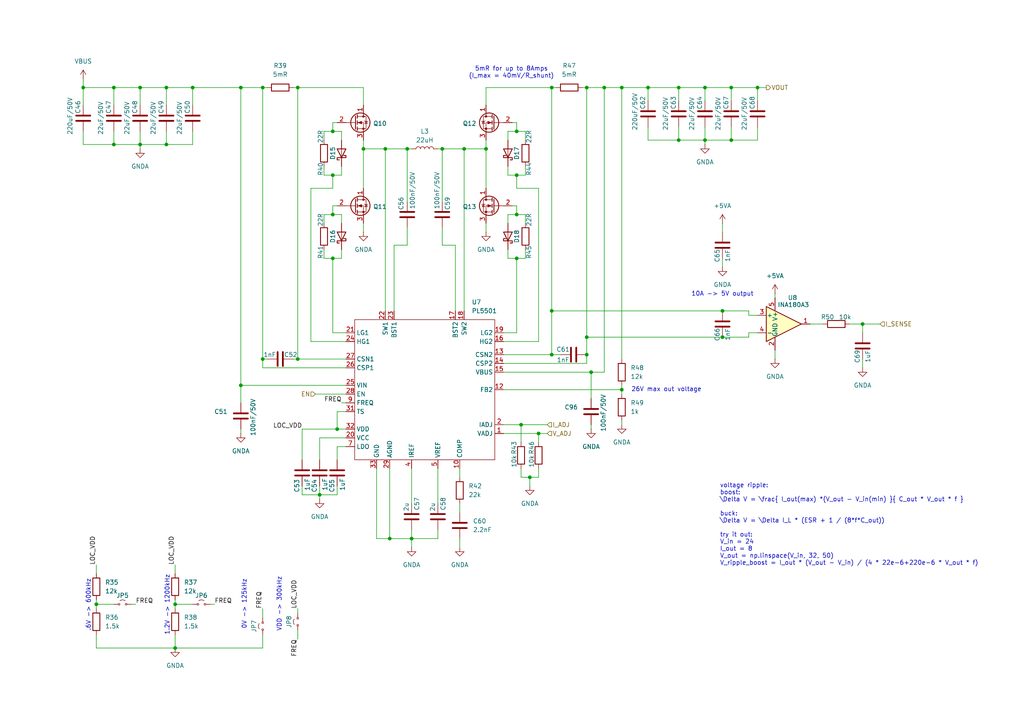
<source format=kicad_sch>
(kicad_sch (version 20231120) (generator "eeschema") (generator_version "8.0")
  (paper "A4")
  (lib_symbols
    (symbol "Amplifier_Current:INA180A3" (pin_names (offset 0.127))
      (property "Reference" "U" (at 3.81 3.81 0))
      (property "Value" "INA180A3" (at 3.81 -2.54 0))
      (symbol "INA180A3_1_1"
        (pin output line (at 7.62 0 180) (length 2.54) (name "~") (number "1"))
        (pin power_in line (at -2.54 -7.62 90) (length 3.81) (name "GND") (number "2"))
        (pin input line (at -7.62 2.54 0) (length 2.54) (name "+") (number "3"))
        (pin input line (at -7.62 -2.54 0) (length 2.54) (name "-") (number "4"))
        (pin power_in line (at -2.54 7.62 270) (length 3.81) (name "V+") (number "5"))
      )
    )
    (symbol "Device:C" (pin_numbers hide) (pin_names (offset 0.254))
      (property "Reference" "C" (at 0.635 2.54 0))
      (property "Value" "C" (at 0.635 -2.54 0))
      (symbol "C_1_1"
        (pin passive line (at 0 3.81 270) (length 2.794) (name "~") (number "1"))
        (pin passive line (at 0 -3.81 90) (length 2.794) (name "~") (number "2"))
      )
    )
    (symbol "Device:D_Schottky" (pin_numbers hide) (pin_names (offset 1.016) hide)
      (property "Reference" "D" (at 0 2.54 0))
      (property "Value" "D_Schottky" (at 0 -2.54 0))
      (symbol "D_Schottky_1_1"
        (pin passive line (at -3.81 0 0) (length 2.54) (name "K") (number "1"))
        (pin passive line (at 3.81 0 180) (length 2.54) (name "A") (number "2"))
      )
    )
    (symbol "Device:L" (pin_numbers hide) (pin_names (offset 1.016) hide)
      (property "Reference" "L" (at -1.27 0 90))
      (property "Value" "L" (at 1.905 0 90))
      (symbol "L_1_1"
        (pin passive line (at 0 3.81 270) (length 1.27) (name "1") (number "1"))
        (pin passive line (at 0 -3.81 90) (length 1.27) (name "2") (number "2"))
      )
    )
    (symbol "Device:Q_NMOS_DGS" (pin_names (offset 0) hide)
      (property "Reference" "Q" (at 5.08 1.27 0))
      (property "Value" "Q_NMOS_DGS" (at 5.08 -1.27 0))
      (symbol "Q_NMOS_DGS_1_1"
        (pin passive line (at 2.54 5.08 270) (length 2.54) (name "D") (number "1"))
        (pin input line (at -5.08 0 0) (length 2.54) (name "G") (number "2"))
        (pin passive line (at 2.54 -5.08 90) (length 2.54) (name "S") (number "3"))
      )
    )
    (symbol "Device:R" (pin_numbers hide) (pin_names (offset 0))
      (property "Reference" "R" (at 2.032 0 90))
      (property "Value" "R" (at 0 0 90))
      (symbol "R_1_1"
        (pin passive line (at 0 3.81 270) (length 1.27) (name "~") (number "1"))
        (pin passive line (at 0 -3.81 90) (length 1.27) (name "~") (number "2"))
      )
    )
    (symbol "Jumper:Jumper_2_Small_Open" (pin_numbers hide) (pin_names (offset 0) hide) (exclude_from_sim yes)
      (property "Reference" "JP" (at 0 2.794 0))
      (property "Value" "Jumper_2_Small_Open" (at 0 -2.286 0))
      (symbol "Jumper_2_Small_Open_1_1"
        (pin passive line (at -2.54 0 0) (length 1.27) (name "A") (number "1"))
        (pin passive line (at 2.54 0 180) (length 1.27) (name "B") (number "2"))
      )
    )
    (symbol "lib:PL5501"
      (property "Reference" "U" (at 1.27 -31.75 0))
      (symbol "PL5501_1_1"
        (pin input line (at 22.86 -15.24 180) (length 2.54) (name "VADJ") (number "1"))
        (pin bidirectional line (at 10.16 -25.4 90) (length 2.54) (name "COMP") (number "10"))
        (pin input line (at 22.86 -2.54 180) (length 2.54) (name "FB2") (number "12"))
        (pin input line (at 22.86 7.62 180) (length 2.54) (name "CSN2") (number "13"))
        (pin input line (at 22.86 5.08 180) (length 2.54) (name "CSP2") (number "14"))
        (pin input line (at 22.86 2.54 180) (length 2.54) (name "VBUS") (number "15"))
        (pin output line (at 22.86 11.43 180) (length 2.54) (name "HG2") (number "16"))
        (pin bidirectional line (at 8.89 20.32 270) (length 2.54) (name "BST2") (number "17"))
        (pin input line (at 11.43 20.32 270) (length 2.54) (name "SW2") (number "18"))
        (pin output line (at 22.86 13.97 180) (length 2.54) (name "LG2") (number "19"))
        (pin input line (at 22.86 -12.7 180) (length 2.54) (name "IADJ") (number "2"))
        (pin power_out line (at -22.86 -16.51 0) (length 2.54) (name "VCC") (number "20"))
        (pin output line (at -22.86 13.97 0) (length 2.54) (name "LG1") (number "21"))
        (pin input line (at -11.43 20.32 270) (length 2.54) (name "SW1") (number "22"))
        (pin bidirectional line (at -8.89 20.32 270) (length 2.54) (name "BST1") (number "23"))
        (pin output line (at -22.86 11.43 0) (length 2.54) (name "HG1") (number "24"))
        (pin input line (at -22.86 -1.27 0) (length 2.54) (name "VIN") (number "25"))
        (pin input line (at -22.86 3.81 0) (length 2.54) (name "CSP1") (number "26"))
        (pin input line (at -22.86 6.35 0) (length 2.54) (name "CSN1") (number "27"))
        (pin input line (at -22.86 -3.81 0) (length 2.54) (name "EN") (number "28"))
        (pin power_in line (at -10.16 -25.4 90) (length 2.54) (name "AGND") (number "29"))
        (pin input line (at -22.86 -8.89 0) (length 2.54) (name "TS") (number "31"))
        (pin power_out line (at -22.86 -13.97 0) (length 2.54) (name "VDD") (number "32"))
        (pin power_in line (at -13.97 -25.4 90) (length 2.54) (name "GND") (number "33"))
        (pin bidirectional line (at -3.81 -25.4 90) (length 2.54) (name "IREF") (number "4"))
        (pin bidirectional line (at 3.81 -25.4 90) (length 2.54) (name "VREF") (number "5"))
        (pin power_out line (at -22.86 -19.05 0) (length 2.54) (name "LDO") (number "7"))
        (pin input line (at -22.86 -6.35 0) (length 2.54) (name "FREQ") (number "9"))
      )
    )
    (symbol "power:+5VA" (power) (pin_numbers hide) (pin_names (offset 0) hide)
      (property "Value" "+5VA" (at 0 3.556 0))
      (symbol "+5VA_1_1"
        (pin power_in line (at 0 0 90) (length 0) (name "~") (number "1"))
      )
    )
    (symbol "power:GNDA" (power) (pin_numbers hide) (pin_names (offset 0) hide)
      (property "Value" "GNDA" (at 0 -3.81 0))
      (symbol "GNDA_1_1"
        (pin power_in line (at 0 0 270) (length 0) (name "~") (number "1"))
      )
    )
    (symbol "power:VBUS" (power) (pin_numbers hide) (pin_names (offset 0) hide)
      (property "Value" "VBUS" (at 0 3.556 0))
      (symbol "VBUS_1_1"
        (pin power_in line (at 0 0 90) (length 0) (name "~") (number "1"))
      )
    )
  )
  (junction (at 128.27 43.18))
  (junction (at 92.71 143.51))
  (junction (at 170.18 102.87))
  (junction (at 219.71 25.4))
  (junction (at 156.21 125.73))
  (junction (at 180.34 25.4))
  (junction (at 76.2 104.14))
  (junction (at 118.11 43.18))
  (junction (at 196.85 25.4))
  (junction (at 96.52 38.1))
  (junction (at 24.13 25.4))
  (junction (at 250.19 93.98))
  (junction (at 40.64 25.4))
  (junction (at 171.45 107.95))
  (junction (at 50.8 187.96))
  (junction (at 209.55 90.17))
  (junction (at 196.85 40.64))
  (junction (at 149.86 38.1))
  (junction (at 160.02 25.4))
  (junction (at 151.13 123.19))
  (junction (at 69.85 25.4))
  (junction (at 105.41 43.18))
  (junction (at 187.96 25.4))
  (junction (at 96.52 74.93))
  (junction (at 33.02 25.4))
  (junction (at 209.55 97.79))
  (junction (at 50.8 175.26))
  (junction (at 170.18 25.4))
  (junction (at 113.03 156.21))
  (junction (at 149.86 74.93))
  (junction (at 96.52 62.23))
  (junction (at 86.36 25.4))
  (junction (at 149.86 62.23))
  (junction (at 97.79 124.46))
  (junction (at 33.02 41.91))
  (junction (at 180.34 113.03))
  (junction (at 119.38 156.21))
  (junction (at 170.18 97.79))
  (junction (at 160.02 90.17))
  (junction (at 160.02 102.87))
  (junction (at 96.52 50.8))
  (junction (at 153.67 138.43))
  (junction (at 175.26 25.4))
  (junction (at 212.09 25.4))
  (junction (at 76.2 25.4))
  (junction (at 69.85 111.76))
  (junction (at 40.64 41.91))
  (junction (at 86.36 104.14))
  (junction (at 27.94 175.26))
  (junction (at 48.26 25.4))
  (junction (at 212.09 40.64))
  (junction (at 140.97 43.18))
  (junction (at 204.47 40.64))
  (junction (at 134.62 43.18))
  (junction (at 149.86 50.8))
  (junction (at 55.88 25.4))
  (junction (at 48.26 41.91))
  (junction (at 111.76 43.18))
  (junction (at 204.47 25.4))
  (wire (pts (xy 86.36 25.4) (xy 86.36 104.14)))
  (wire (pts (xy 175.26 25.4) (xy 170.18 25.4)))
  (wire (pts (xy 212.09 36.83) (xy 212.09 40.64)))
  (wire (pts (xy 180.34 25.4) (xy 180.34 104.14)))
  (wire (pts (xy 40.64 25.4) (xy 40.64 30.48)))
  (wire (pts (xy 99.06 116.84) (xy 100.33 116.84)))
  (wire (pts (xy 127 135.89) (xy 127 146.05)))
  (wire (pts (xy 152.4 48.26) (xy 152.4 50.8)))
  (wire (pts (xy 219.71 91.44) (xy 217.17 91.44)))
  (wire (pts (xy 55.88 38.1) (xy 55.88 41.91)))
  (wire (pts (xy 105.41 25.4) (xy 105.41 30.48)))
  (wire (pts (xy 204.47 40.64) (xy 204.47 41.91)))
  (wire (pts (xy 96.52 35.56) (xy 96.52 38.1)))
  (wire (pts (xy 92.71 143.51) (xy 97.79 143.51)))
  (wire (pts (xy 105.41 64.77) (xy 105.41 67.31)))
  (wire (pts (xy 105.41 43.18) (xy 105.41 54.61)))
  (wire (pts (xy 156.21 99.06) (xy 156.21 54.61)))
  (wire (pts (xy 100.33 119.38) (xy 97.79 119.38)))
  (wire (pts (xy 170.18 25.4) (xy 168.91 25.4)))
  (wire (pts (xy 92.71 133.35) (xy 92.71 127)))
  (wire (pts (xy 149.86 54.61) (xy 149.86 50.8)))
  (wire (pts (xy 86.36 177.8) (xy 86.36 176.53)))
  (wire (pts (xy 86.36 104.14) (xy 100.33 104.14)))
  (wire (pts (xy 27.94 175.26) (xy 27.94 176.53)))
  (wire (pts (xy 86.36 25.4) (xy 105.41 25.4)))
  (wire (pts (xy 153.67 138.43) (xy 153.67 140.97)))
  (wire (pts (xy 127 153.67) (xy 127 156.21)))
  (wire (pts (xy 99.06 74.93) (xy 99.06 72.39)))
  (wire (pts (xy 156.21 125.73) (xy 158.75 125.73)))
  (wire (pts (xy 187.96 25.4) (xy 180.34 25.4)))
  (wire (pts (xy 134.62 43.18) (xy 134.62 90.17)))
  (wire (pts (xy 160.02 102.87) (xy 146.05 102.87)))
  (wire (pts (xy 128.27 66.04) (xy 128.27 71.12)))
  (wire (pts (xy 160.02 90.17) (xy 209.55 90.17)))
  (wire (pts (xy 217.17 90.17) (xy 209.55 90.17)))
  (wire (pts (xy 149.86 38.1) (xy 147.32 38.1)))
  (wire (pts (xy 97.79 59.69) (xy 96.52 59.69)))
  (wire (pts (xy 224.79 85.09) (xy 224.79 86.36)))
  (wire (pts (xy 76.2 176.53) (xy 76.2 179.07)))
  (wire (pts (xy 96.52 62.23) (xy 99.06 62.23)))
  (wire (pts (xy 149.86 74.93) (xy 152.4 74.93)))
  (wire (pts (xy 24.13 41.91) (xy 33.02 41.91)))
  (wire (pts (xy 152.4 38.1) (xy 149.86 38.1)))
  (wire (pts (xy 152.4 64.77) (xy 152.4 62.23)))
  (wire (pts (xy 224.79 101.6) (xy 224.79 104.14)))
  (wire (pts (xy 128.27 43.18) (xy 134.62 43.18)))
  (wire (pts (xy 24.13 30.48) (xy 24.13 25.4)))
  (wire (pts (xy 149.86 35.56) (xy 149.86 38.1)))
  (wire (pts (xy 180.34 25.4) (xy 175.26 25.4)))
  (wire (pts (xy 147.32 62.23) (xy 147.32 64.77)))
  (wire (pts (xy 48.26 25.4) (xy 55.88 25.4)))
  (wire (pts (xy 87.63 124.46) (xy 97.79 124.46)))
  (wire (pts (xy 99.06 62.23) (xy 99.06 64.77)))
  (wire (pts (xy 133.35 146.05) (xy 133.35 148.59)))
  (wire (pts (xy 151.13 123.19) (xy 151.13 128.27)))
  (wire (pts (xy 76.2 184.15) (xy 76.2 187.96)))
  (wire (pts (xy 69.85 111.76) (xy 100.33 111.76)))
  (wire (pts (xy 180.34 113.03) (xy 180.34 114.3)))
  (wire (pts (xy 27.94 173.99) (xy 27.94 175.26)))
  (wire (pts (xy 69.85 25.4) (xy 69.85 111.76)))
  (wire (pts (xy 187.96 40.64) (xy 196.85 40.64)))
  (wire (pts (xy 99.06 50.8) (xy 99.06 48.26)))
  (wire (pts (xy 171.45 123.19) (xy 171.45 124.46)))
  (wire (pts (xy 48.26 41.91) (xy 55.88 41.91)))
  (wire (pts (xy 33.02 25.4) (xy 40.64 25.4)))
  (wire (pts (xy 96.52 54.61) (xy 96.52 50.8)))
  (wire (pts (xy 99.06 38.1) (xy 99.06 40.64)))
  (wire (pts (xy 97.79 143.51) (xy 97.79 140.97)))
  (wire (pts (xy 93.98 38.1) (xy 96.52 38.1)))
  (wire (pts (xy 212.09 25.4) (xy 204.47 25.4)))
  (wire (pts (xy 219.71 25.4) (xy 212.09 25.4)))
  (wire (pts (xy 40.64 41.91) (xy 48.26 41.91)))
  (wire (pts (xy 140.97 64.77) (xy 140.97 67.31)))
  (wire (pts (xy 146.05 123.19) (xy 151.13 123.19)))
  (wire (pts (xy 38.1 175.26) (xy 39.37 175.26)))
  (wire (pts (xy 161.29 25.4) (xy 160.02 25.4)))
  (wire (pts (xy 146.05 125.73) (xy 156.21 125.73)))
  (wire (pts (xy 55.88 25.4) (xy 69.85 25.4)))
  (wire (pts (xy 204.47 36.83) (xy 204.47 40.64)))
  (wire (pts (xy 234.95 93.98) (xy 238.76 93.98)))
  (wire (pts (xy 27.94 163.83) (xy 27.94 166.37)))
  (wire (pts (xy 93.98 62.23) (xy 96.52 62.23)))
  (wire (pts (xy 91.44 114.3) (xy 100.33 114.3)))
  (wire (pts (xy 140.97 30.48) (xy 140.97 25.4)))
  (wire (pts (xy 147.32 74.93) (xy 147.32 72.39)))
  (wire (pts (xy 87.63 143.51) (xy 87.63 140.97)))
  (wire (pts (xy 246.38 93.98) (xy 250.19 93.98)))
  (wire (pts (xy 33.02 41.91) (xy 40.64 41.91)))
  (wire (pts (xy 217.17 97.79) (xy 209.55 97.79)))
  (wire (pts (xy 27.94 175.26) (xy 33.02 175.26)))
  (wire (pts (xy 140.97 40.64) (xy 140.97 43.18)))
  (wire (pts (xy 60.96 175.26) (xy 62.23 175.26)))
  (wire (pts (xy 119.38 156.21) (xy 127 156.21)))
  (wire (pts (xy 170.18 97.79) (xy 170.18 102.87)))
  (wire (pts (xy 147.32 50.8) (xy 147.32 48.26)))
  (wire (pts (xy 146.05 96.52) (xy 149.86 96.52)))
  (wire (pts (xy 146.05 105.41) (xy 170.18 105.41)))
  (wire (pts (xy 50.8 187.96) (xy 76.2 187.96)))
  (wire (pts (xy 250.19 104.14) (xy 250.19 106.68)))
  (wire (pts (xy 147.32 74.93) (xy 149.86 74.93)))
  (wire (pts (xy 76.2 25.4) (xy 76.2 104.14)))
  (wire (pts (xy 217.17 96.52) (xy 219.71 96.52)))
  (wire (pts (xy 24.13 22.86) (xy 24.13 25.4)))
  (wire (pts (xy 86.36 185.42) (xy 86.36 182.88)))
  (wire (pts (xy 217.17 96.52) (xy 217.17 97.79)))
  (wire (pts (xy 140.97 25.4) (xy 160.02 25.4)))
  (wire (pts (xy 250.19 93.98) (xy 255.27 93.98)))
  (wire (pts (xy 151.13 123.19) (xy 158.75 123.19)))
  (wire (pts (xy 76.2 106.68) (xy 100.33 106.68)))
  (wire (pts (xy 90.17 99.06) (xy 100.33 99.06)))
  (wire (pts (xy 133.35 156.21) (xy 133.35 158.75)))
  (wire (pts (xy 128.27 71.12) (xy 132.08 71.12)))
  (wire (pts (xy 48.26 25.4) (xy 48.26 30.48)))
  (wire (pts (xy 127 43.18) (xy 128.27 43.18)))
  (wire (pts (xy 55.88 30.48) (xy 55.88 25.4)))
  (wire (pts (xy 24.13 38.1) (xy 24.13 41.91)))
  (wire (pts (xy 152.4 50.8) (xy 149.86 50.8)))
  (wire (pts (xy 149.86 96.52) (xy 149.86 74.93)))
  (wire (pts (xy 209.55 74.93) (xy 209.55 77.47)))
  (wire (pts (xy 85.09 25.4) (xy 86.36 25.4)))
  (wire (pts (xy 128.27 43.18) (xy 128.27 58.42)))
  (wire (pts (xy 148.59 35.56) (xy 149.86 35.56)))
  (wire (pts (xy 24.13 25.4) (xy 33.02 25.4)))
  (wire (pts (xy 50.8 175.26) (xy 55.88 175.26)))
  (wire (pts (xy 97.79 129.54) (xy 100.33 129.54)))
  (wire (pts (xy 209.55 64.77) (xy 209.55 67.31)))
  (wire (pts (xy 171.45 107.95) (xy 175.26 107.95)))
  (wire (pts (xy 146.05 113.03) (xy 180.34 113.03)))
  (wire (pts (xy 140.97 43.18) (xy 140.97 54.61)))
  (wire (pts (xy 212.09 40.64) (xy 219.71 40.64)))
  (wire (pts (xy 96.52 74.93) (xy 99.06 74.93)))
  (wire (pts (xy 93.98 40.64) (xy 93.98 38.1)))
  (wire (pts (xy 196.85 40.64) (xy 204.47 40.64)))
  (wire (pts (xy 33.02 30.48) (xy 33.02 25.4)))
  (wire (pts (xy 105.41 43.18) (xy 111.76 43.18)))
  (wire (pts (xy 204.47 25.4) (xy 204.47 29.21)))
  (wire (pts (xy 156.21 125.73) (xy 156.21 128.27)))
  (wire (pts (xy 93.98 74.93) (xy 96.52 74.93)))
  (wire (pts (xy 96.52 96.52) (xy 100.33 96.52)))
  (wire (pts (xy 171.45 107.95) (xy 171.45 115.57)))
  (wire (pts (xy 40.64 25.4) (xy 48.26 25.4)))
  (wire (pts (xy 152.4 62.23) (xy 149.86 62.23)))
  (wire (pts (xy 27.94 187.96) (xy 50.8 187.96)))
  (wire (pts (xy 156.21 54.61) (xy 149.86 54.61)))
  (wire (pts (xy 153.67 138.43) (xy 156.21 138.43)))
  (wire (pts (xy 77.47 25.4) (xy 76.2 25.4)))
  (wire (pts (xy 146.05 107.95) (xy 171.45 107.95)))
  (wire (pts (xy 93.98 50.8) (xy 96.52 50.8)))
  (wire (pts (xy 250.19 93.98) (xy 250.19 96.52)))
  (wire (pts (xy 149.86 50.8) (xy 147.32 50.8)))
  (wire (pts (xy 50.8 163.83) (xy 50.8 166.37)))
  (wire (pts (xy 170.18 97.79) (xy 209.55 97.79)))
  (wire (pts (xy 219.71 25.4) (xy 222.25 25.4)))
  (wire (pts (xy 97.79 133.35) (xy 97.79 129.54)))
  (wire (pts (xy 196.85 25.4) (xy 196.85 29.21)))
  (wire (pts (xy 97.79 124.46) (xy 100.33 124.46)))
  (wire (pts (xy 50.8 173.99) (xy 50.8 175.26)))
  (wire (pts (xy 149.86 62.23) (xy 147.32 62.23)))
  (wire (pts (xy 109.22 135.89) (xy 109.22 156.21)))
  (wire (pts (xy 87.63 124.46) (xy 87.63 133.35)))
  (wire (pts (xy 148.59 59.69) (xy 149.86 59.69)))
  (wire (pts (xy 92.71 143.51) (xy 92.71 144.78)))
  (wire (pts (xy 93.98 64.77) (xy 93.98 62.23)))
  (wire (pts (xy 90.17 54.61) (xy 96.52 54.61)))
  (wire (pts (xy 76.2 104.14) (xy 77.47 104.14)))
  (wire (pts (xy 134.62 43.18) (xy 140.97 43.18)))
  (wire (pts (xy 90.17 99.06) (xy 90.17 54.61)))
  (wire (pts (xy 170.18 25.4) (xy 170.18 97.79)))
  (wire (pts (xy 97.79 119.38) (xy 97.79 124.46)))
  (wire (pts (xy 87.63 143.51) (xy 92.71 143.51)))
  (wire (pts (xy 92.71 127) (xy 100.33 127)))
  (wire (pts (xy 160.02 25.4) (xy 160.02 90.17)))
  (wire (pts (xy 50.8 184.15) (xy 50.8 187.96)))
  (wire (pts (xy 119.38 153.67) (xy 119.38 156.21)))
  (wire (pts (xy 149.86 59.69) (xy 149.86 62.23)))
  (wire (pts (xy 170.18 102.87) (xy 170.18 105.41)))
  (wire (pts (xy 96.52 59.69) (xy 96.52 62.23)))
  (wire (pts (xy 96.52 50.8) (xy 99.06 50.8)))
  (wire (pts (xy 217.17 91.44) (xy 217.17 90.17)))
  (wire (pts (xy 146.05 99.06) (xy 156.21 99.06)))
  (wire (pts (xy 69.85 25.4) (xy 76.2 25.4)))
  (wire (pts (xy 105.41 40.64) (xy 105.41 43.18)))
  (wire (pts (xy 119.38 135.89) (xy 119.38 146.05)))
  (wire (pts (xy 204.47 40.64) (xy 212.09 40.64)))
  (wire (pts (xy 160.02 102.87) (xy 162.56 102.87)))
  (wire (pts (xy 187.96 36.83) (xy 187.96 40.64)))
  (wire (pts (xy 151.13 138.43) (xy 153.67 138.43)))
  (wire (pts (xy 93.98 72.39) (xy 93.98 74.93)))
  (wire (pts (xy 113.03 135.89) (xy 113.03 156.21)))
  (wire (pts (xy 76.2 106.68) (xy 76.2 104.14)))
  (wire (pts (xy 187.96 25.4) (xy 187.96 29.21)))
  (wire (pts (xy 151.13 135.89) (xy 151.13 138.43)))
  (wire (pts (xy 96.52 74.93) (xy 96.52 96.52)))
  (wire (pts (xy 40.64 38.1) (xy 40.64 41.91)))
  (wire (pts (xy 69.85 111.76) (xy 69.85 116.84)))
  (wire (pts (xy 118.11 66.04) (xy 118.11 71.12)))
  (wire (pts (xy 180.34 121.92) (xy 180.34 123.19)))
  (wire (pts (xy 50.8 175.26) (xy 50.8 176.53)))
  (wire (pts (xy 119.38 156.21) (xy 119.38 158.75)))
  (wire (pts (xy 113.03 156.21) (xy 119.38 156.21)))
  (wire (pts (xy 152.4 72.39) (xy 152.4 74.93)))
  (wire (pts (xy 109.22 156.21) (xy 113.03 156.21)))
  (wire (pts (xy 118.11 43.18) (xy 119.38 43.18)))
  (wire (pts (xy 212.09 25.4) (xy 212.09 29.21)))
  (wire (pts (xy 204.47 25.4) (xy 196.85 25.4)))
  (wire (pts (xy 175.26 25.4) (xy 175.26 107.95)))
  (wire (pts (xy 156.21 135.89) (xy 156.21 138.43)))
  (wire (pts (xy 111.76 43.18) (xy 118.11 43.18)))
  (wire (pts (xy 40.64 41.91) (xy 40.64 43.18)))
  (wire (pts (xy 219.71 36.83) (xy 219.71 40.64)))
  (wire (pts (xy 93.98 48.26) (xy 93.98 50.8)))
  (wire (pts (xy 69.85 124.46) (xy 69.85 125.73)))
  (wire (pts (xy 33.02 38.1) (xy 33.02 41.91)))
  (wire (pts (xy 118.11 71.12) (xy 114.3 71.12)))
  (wire (pts (xy 196.85 36.83) (xy 196.85 40.64)))
  (wire (pts (xy 96.52 38.1) (xy 99.06 38.1)))
  (wire (pts (xy 196.85 25.4) (xy 187.96 25.4)))
  (wire (pts (xy 180.34 111.76) (xy 180.34 113.03)))
  (wire (pts (xy 160.02 90.17) (xy 160.02 102.87)))
  (wire (pts (xy 27.94 184.15) (xy 27.94 187.96)))
  (wire (pts (xy 92.71 143.51) (xy 92.71 140.97)))
  (wire (pts (xy 85.09 104.14) (xy 86.36 104.14)))
  (wire (pts (xy 111.76 43.18) (xy 111.76 90.17)))
  (wire (pts (xy 133.35 135.89) (xy 133.35 138.43)))
  (wire (pts (xy 114.3 71.12) (xy 114.3 90.17)))
  (wire (pts (xy 97.79 35.56) (xy 96.52 35.56)))
  (wire (pts (xy 48.26 38.1) (xy 48.26 41.91)))
  (wire (pts (xy 147.32 38.1) (xy 147.32 40.64)))
  (wire (pts (xy 219.71 29.21) (xy 219.71 25.4)))
  (wire (pts (xy 132.08 71.12) (xy 132.08 90.17)))
  (wire (pts (xy 152.4 40.64) (xy 152.4 38.1)))
  (wire (pts (xy 118.11 43.18) (xy 118.11 58.42)))
  (text "1.2V -> 1200kHz" (at 48.514 175.514 90) (effects (font (size 1.27 1.27))))
  (text "5mR for up to 8Amps\n(I_max = 40mV/R_shunt)" (at 148.336 21.082 0) (effects (font (size 1.27 1.27))))
  (text ".6V -> 600kHz" (at 25.654 175.514 90) (effects (font (size 1.27 1.27))))
  (text "10A -> 5V output" (at 209.55 85.344 0) (effects (font (size 1.27 1.27))))
  (text "voltage ripple:\nboost:\n\\Delta V = \\frac{ I_out(max) *(V_out - V_in(min) }{ C_out * V_out * f }\n\nbuck:\n\\Delta V = \\Delta I_L * (ESR + 1 / (8*f*C_out))\n\ntry it out:\nV_in = 24\nI_out = 8\nV_out = np.linspace(V_in, 32, 50)\nV_ripple_boost = I_out * (V_out - V_in) / (4 * 22e-6+220e-6 * V_out * f)" (at 208.788 152.146 0) (effects (font (size 1.27 1.27)) (justify left)))
  (text "26V max out voltage" (at 193.294 113.03 0) (effects (font (size 1.27 1.27))))
  (text "0V -> 125kHz" (at 70.866 175.26 90) (effects (font (size 1.27 1.27))))
  (text "VDD -> 300kHz" (at 81.026 175.26 90) (effects (font (size 1.27 1.27))))
  (label "LOC_VDD" (at 50.8 163.83 90))
  (label "FREQ" (at 86.36 185.42 270))
  (label "FREQ" (at 39.37 175.26 0))
  (label "LOC_VDD" (at 86.36 176.53 90))
  (label "FREQ" (at 99.06 116.84 180))
  (label "LOC_VDD" (at 27.94 163.83 90))
  (label "FREQ" (at 76.2 176.53 90))
  (label "FREQ" (at 62.23 175.26 0))
  (label "LOC_VDD" (at 87.63 124.46 180))
  (hierarchical_label "V_ADJ" (shape input) (at 158.75 125.73 0))
  (hierarchical_label "I_ADJ" (shape input) (at 158.75 123.19 0))
  (hierarchical_label "EN" (shape input) (at 91.44 114.3 180))
  (hierarchical_label "VOUT" (shape output) (at 222.25 25.4 0))
  (hierarchical_label "I_SENSE" (shape input) (at 255.27 93.98 0))
  (symbol (lib_id "Device:C") (at 118.11 62.23 0) (mirror y) (unit 1)
    (property "Reference" "C56" (at 116.332 60.96 90) (effects (justify left)))
    (property "Value" "100nF/50V" (at 119.634 60.706 90) (effects (justify left)))
    (property "Footprint" "Capacitor_SMD:C_0603_1608Metric" (effects (hide yes)))
    (property "Description" "Unpolarized capacitor" (effects (hide yes)))
    (property "LCSC" "C14663" (effects (hide yes)))
    (instances (project "mypsu" (path "" (reference "C56") (unit 1)) (path "" (reference "C31") (unit 1))))
  )
  (symbol (lib_id "Device:R") (at 152.4 44.45 0) (mirror x) (unit 1)
    (property "Reference" "R44" (at 153.416 49.022 90))
    (property "Value" "22R" (at 153.416 39.624 90))
    (property "Footprint" "Resistor_SMD:R_0402_1005Metric" (effects (hide yes)))
    (property "Description" "Resistor" (effects (hide yes)))
    (property "LCSC" "C93929" (effects (hide yes)))
    (instances (project "mypsu" (path "" (reference "R44") (unit 1)) (path "" (reference "R18") (unit 1))))
  )
  (symbol (lib_id "Device:C") (at 81.28 104.14 90) (unit 1)
    (property "Reference" "C52" (at 84.328 102.87 90))
    (property "Value" "1nF" (at 78.232 102.87 90))
    (property "Footprint" "Capacitor_SMD:C_0603_1608Metric" (effects (hide yes)))
    (property "Description" "Unpolarized capacitor" (effects (hide yes)))
    (property "LCSC" "C1588" (effects (hide yes)))
    (instances (project "mypsu" (path "" (reference "C52") (unit 1)) (path "" (reference "C27") (unit 1))))
  )
  (symbol (lib_id "power:VBUS") (at 24.13 22.86 0) (unit 1)
    (property "Reference" "#PWR097" (effects (hide yes)))
    (property "Value" "VBUS" (at 24.13 17.78 0))
    (property "Description" "Power symbol creates a global label with name \"VBUS\"" (effects (hide yes)))
    (instances (project "mypsu" (path "" (reference "#PWR097") (unit 1)) (path "" (reference "#PWR059") (unit 1))))
  )
  (symbol (lib_id "Device:D_Schottky") (at 147.32 44.45 270) (mirror x) (unit 1)
    (property "Reference" "D17" (at 149.86 44.45 0))
    (property "Value" "D_Schottky" (effects (hide yes)))
    (property "Footprint" "Diode_SMD:D_SOD-323" (effects (hide yes)))
    (property "Description" "Schottky diode" (effects (hide yes)))
    (property "LCSC" "C191023" (effects (hide yes)))
    (instances (project "mypsu" (path "" (reference "D17") (unit 1)) (path "" (reference "D5") (unit 1))))
  )
  (symbol (lib_id "Device:Q_NMOS_DGS") (at 102.87 35.56 0) (unit 1)
    (property "Reference" "Q10" (at 108.204 35.814 0) (effects (justify left)))
    (property "Value" "AON6144" (effects (hide yes)))
    (property "Footprint" "lib:DFN-8_L5.2-W5.6-P1.27-LS6.1-BL" (effects (hide yes)))
    (property "Datasheet" "https://www.lcsc.com/datasheet/lcsc_datasheet_1809192134_Alpha---Omega-Semicon-AON6144_C133142.pdf" (effects (hide yes)))
    (property "Description" "N-MOSFET transistor, drain/gate/source" (effects (hide yes)))
    (property "LCSC" "C133142" (effects (hide yes)))
    (instances (project "mypsu" (path "" (reference "Q10") (unit 1)) (path "" (reference "Q2") (unit 1))))
  )
  (symbol (lib_id "power:GNDA") (at 92.71 144.78 0) (unit 1)
    (property "Reference" "#PWR0101" (effects (hide yes)))
    (property "Value" "GNDA" (at 92.71 149.86 0))
    (property "Description" "Power symbol creates a global label with name \"GNDA\" , analog ground" (effects (hide yes)))
    (instances (project "mypsu" (path "" (reference "#PWR0101") (unit 1)) (path "" (reference "#PWR063") (unit 1))))
  )
  (symbol (lib_id "Device:C") (at 69.85 120.65 0) (mirror y) (unit 1)
    (property "Reference" "C51" (at 66.04 119.3799 0) (effects (justify left)))
    (property "Value" "100nF/50V" (at 73.406 126.492 90) (effects (justify left)))
    (property "Footprint" "Capacitor_SMD:C_0603_1608Metric" (effects (hide yes)))
    (property "Description" "Unpolarized capacitor" (effects (hide yes)))
    (property "LCSC" "C14663" (effects (hide yes)))
    (instances (project "mypsu" (path "" (reference "C51") (unit 1)) (path "" (reference "C26") (unit 1))))
  )
  (symbol (lib_id "Device:R") (at 156.21 132.08 0) (unit 1)
    (property "Reference" "R46" (at 154.178 131.826 90) (effects (justify left)))
    (property "Value" "10k" (at 154.178 135.636 90) (effects (justify left)))
    (property "Footprint" "Resistor_SMD:R_0402_1005Metric" (effects (hide yes)))
    (property "Description" "Resistor" (effects (hide yes)))
    (property "LCSC" "C25744" (effects (hide yes)))
    (instances (project "mypsu" (path "" (reference "R46") (unit 1)) (path "" (reference "R20") (unit 1))))
  )
  (symbol (lib_id "Device:C") (at 127 149.86 0) (unit 1)
    (property "Reference" "C58" (at 128.524 148.082 90) (effects (justify left)))
    (property "Value" "2u" (at 125.476 148.336 90) (effects (justify left)))
    (property "Footprint" "Capacitor_SMD:C_0603_1608Metric" (effects (hide yes)))
    (property "Description" "Unpolarized capacitor" (effects (hide yes)))
    (property "LCSC" "C23630" (effects (hide yes)))
    (instances (project "mypsu" (path "" (reference "C58") (unit 1)) (path "" (reference "C33") (unit 1))))
  )
  (symbol (lib_id "Device:C") (at 209.55 71.12 180) (unit 1)
    (property "Reference" "C65" (at 208.026 74.168 90))
    (property "Value" "1nF" (at 211.074 74.168 90))
    (property "Footprint" "Capacitor_SMD:C_0603_1608Metric" (effects (hide yes)))
    (property "Description" "Unpolarized capacitor" (effects (hide yes)))
    (property "LCSC" "C1588" (effects (hide yes)))
    (instances (project "mypsu" (path "" (reference "C65") (unit 1)) (path "" (reference "C40") (unit 1))))
  )
  (symbol (lib_id "Device:Q_NMOS_DGS") (at 102.87 59.69 0) (unit 1)
    (property "Reference" "Q11" (at 108.204 59.944 0) (effects (justify left)))
    (property "Value" "AON6144" (effects (hide yes)))
    (property "Footprint" "lib:DFN-8_L5.2-W5.6-P1.27-LS6.1-BL" (effects (hide yes)))
    (property "Datasheet" "https://www.lcsc.com/datasheet/lcsc_datasheet_1809192134_Alpha---Omega-Semicon-AON6144_C133142.pdf" (effects (hide yes)))
    (property "Description" "N-MOSFET transistor, drain/gate/source" (effects (hide yes)))
    (property "LCSC" "C133142" (effects (hide yes)))
    (instances (project "mypsu" (path "" (reference "Q11") (unit 1)) (path "" (reference "Q3") (unit 1))))
  )
  (symbol (lib_id "Device:R") (at 180.34 107.95 0) (unit 1)
    (property "Reference" "R48" (at 182.88 106.6799 0) (effects (justify left)))
    (property "Value" "12k" (at 182.88 109.2199 0) (effects (justify left)))
    (property "Footprint" "Resistor_SMD:R_0402_1005Metric" (effects (hide yes)))
    (property "Description" "Resistor" (effects (hide yes)))
    (property "LCSC" "C25752" (effects (hide yes)))
    (instances (project "mypsu" (path "" (reference "R48") (unit 1)) (path "" (reference "R22") (unit 1))))
  )
  (symbol (lib_id "power:GNDA") (at 224.79 104.14 0) (unit 1)
    (property "Reference" "#PWR0112" (effects (hide yes)))
    (property "Value" "GNDA" (at 224.79 109.22 0))
    (property "Description" "Power symbol creates a global label with name \"GNDA\" , analog ground" (effects (hide yes)))
    (instances (project "mypsu" (path "" (reference "#PWR0112") (unit 1)) (path "" (reference "#PWR074") (unit 1))))
  )
  (symbol (lib_id "Device:C") (at 87.63 137.16 180) (unit 1)
    (property "Reference" "C53" (at 86.106 138.938 90) (effects (justify left)))
    (property "Value" "1uF" (at 89.154 138.684 90) (effects (justify left)))
    (property "Footprint" "Capacitor_SMD:C_0603_1608Metric" (effects (hide yes)))
    (property "Description" "Unpolarized capacitor" (effects (hide yes)))
    (property "LCSC" "C15849" (effects (hide yes)))
    (instances (project "mypsu" (path "" (reference "C53") (unit 1)) (path "" (reference "C28") (unit 1))))
  )
  (symbol (lib_id "power:GNDA") (at 180.34 123.19 0) (unit 1)
    (property "Reference" "#PWR0107" (effects (hide yes)))
    (property "Value" "GNDA" (at 180.34 128.27 0))
    (property "Description" "Power symbol creates a global label with name \"GNDA\" , analog ground" (effects (hide yes)))
    (instances (project "mypsu" (path "" (reference "#PWR0107") (unit 1)) (path "" (reference "#PWR069") (unit 1))))
  )
  (symbol (lib_id "power:GNDA") (at 69.85 125.73 0) (unit 1)
    (property "Reference" "#PWR0100" (effects (hide yes)))
    (property "Value" "GNDA" (at 69.85 130.81 0))
    (property "Description" "Power symbol creates a global label with name \"GNDA\" , analog ground" (effects (hide yes)))
    (instances (project "mypsu" (path "" (reference "#PWR0100") (unit 1)) (path "" (reference "#PWR062") (unit 1))))
  )
  (symbol (lib_id "Amplifier_Current:INA180A3") (at 227.33 93.98 0) (unit 1)
    (property "Reference" "U8" (at 229.87 86.36 0))
    (property "Value" "INA180A3" (at 230.124 88.392 0))
    (property "Footprint" "Package_TO_SOT_SMD:SOT-23-5" (effects (hide yes)))
    (property "Datasheet" "http://www.ti.com/lit/ds/symlink/ina180.pdf" (effects (hide yes)))
    (property "Description" "Current Sense Amplifier, 1 Circuit, Rail-to-Rail, 26V, Gain 100 V/V, SOT-23-5" (effects (hide yes)))
    (property "LCSC" "C122882" (effects (hide yes)))
    (instances (project "mypsu" (path "" (reference "U8") (unit 1)) (path "" (reference "U5") (unit 1))))
  )
  (symbol (lib_id "Device:C") (at 128.27 62.23 0) (unit 1)
    (property "Reference" "C59" (at 129.794 60.96 90) (effects (justify left)))
    (property "Value" "100nF/50V" (at 126.746 60.706 90) (effects (justify left)))
    (property "Footprint" "Capacitor_SMD:C_0603_1608Metric" (effects (hide yes)))
    (property "Description" "Unpolarized capacitor" (effects (hide yes)))
    (property "LCSC" "C14663" (effects (hide yes)))
    (instances (project "mypsu" (path "" (reference "C59") (unit 1)) (path "" (reference "C34") (unit 1))))
  )
  (symbol (lib_id "Device:R") (at 180.34 118.11 0) (unit 1)
    (property "Reference" "R49" (at 182.88 116.8399 0) (effects (justify left)))
    (property "Value" "1k" (at 182.88 119.3799 0) (effects (justify left)))
    (property "Footprint" "Resistor_SMD:R_0402_1005Metric" (effects (hide yes)))
    (property "Description" "Resistor" (effects (hide yes)))
    (property "LCSC" "C11702" (effects (hide yes)))
    (instances (project "mypsu" (path "" (reference "R49") (unit 1)) (path "" (reference "R23") (unit 1))))
  )
  (symbol (lib_id "Device:C") (at 92.71 137.16 180) (unit 1)
    (property "Reference" "C54" (at 91.186 138.938 90) (effects (justify left)))
    (property "Value" "1uF" (at 94.234 138.684 90) (effects (justify left)))
    (property "Footprint" "Capacitor_SMD:C_0603_1608Metric" (effects (hide yes)))
    (property "Description" "Unpolarized capacitor" (effects (hide yes)))
    (property "LCSC" "C15849" (effects (hide yes)))
    (instances (project "mypsu" (path "" (reference "C54") (unit 1)) (path "" (reference "C29") (unit 1))))
  )
  (symbol (lib_id "Device:R") (at 151.13 132.08 0) (unit 1)
    (property "Reference" "R43" (at 149.098 131.826 90) (effects (justify left)))
    (property "Value" "10k" (at 149.098 135.636 90) (effects (justify left)))
    (property "Footprint" "Resistor_SMD:R_0402_1005Metric" (effects (hide yes)))
    (property "Description" "Resistor" (effects (hide yes)))
    (property "LCSC" "C25744" (effects (hide yes)))
    (instances (project "mypsu" (path "" (reference "R43") (unit 1)) (path "" (reference "R17") (unit 1))))
  )
  (symbol (lib_id "Device:C") (at 133.35 152.4 0) (unit 1)
    (property "Reference" "C60" (at 137.16 151.1299 0) (effects (justify left)))
    (property "Value" "2.2nF" (at 137.16 153.6699 0) (effects (justify left)))
    (property "Footprint" "Capacitor_SMD:C_0603_1608Metric" (effects (hide yes)))
    (property "Description" "Unpolarized capacitor" (effects (hide yes)))
    (property "LCSC" "C1604" (effects (hide yes)))
    (instances (project "mypsu" (path "" (reference "C60") (unit 1)) (path "" (reference "C35") (unit 1))))
  )
  (symbol (lib_id "Device:C") (at 119.38 149.86 0) (unit 1)
    (property "Reference" "C57" (at 120.904 148.082 90) (effects (justify left)))
    (property "Value" "2u" (at 117.856 148.336 90) (effects (justify left)))
    (property "Footprint" "Capacitor_SMD:C_0603_1608Metric" (effects (hide yes)))
    (property "Description" "Unpolarized capacitor" (effects (hide yes)))
    (property "LCSC" "C23630" (effects (hide yes)))
    (instances (project "mypsu" (path "" (reference "C57") (unit 1)) (path "" (reference "C32") (unit 1))))
  )
  (symbol (lib_id "Device:Q_NMOS_DGS") (at 143.51 59.69 0) (mirror y) (unit 1)
    (property "Reference" "Q13" (at 138.176 59.944 0) (effects (justify left)))
    (property "Value" "AON6144" (effects (hide yes)))
    (property "Footprint" "lib:DFN-8_L5.2-W5.6-P1.27-LS6.1-BL" (effects (hide yes)))
    (property "Datasheet" "https://www.lcsc.com/datasheet/lcsc_datasheet_1809192134_Alpha---Omega-Semicon-AON6144_C133142.pdf" (effects (hide yes)))
    (property "Description" "N-MOSFET transistor, drain/gate/source" (effects (hide yes)))
    (property "LCSC" "C133142" (effects (hide yes)))
    (instances (project "mypsu" (path "" (reference "Q13") (unit 1)) (path "" (reference "Q5") (unit 1))))
  )
  (symbol (lib_id "Device:C") (at 219.71 33.02 0) (unit 1)
    (property "Reference" "C68" (at 218.186 31.75 90) (effects (justify left)))
    (property "Value" "22uF/50V" (at 215.9 37.846 90) (effects (justify left)))
    (property "Footprint" "Capacitor_SMD:C_2220_5750Metric" (effects (hide yes)))
    (property "Description" "Unpolarized capacitor" (effects (hide yes)))
    (property "LCSC" "C784103" (effects (hide yes)))
    (instances (project "mypsu" (path "" (reference "C68") (unit 1)) (path "" (reference "C43") (unit 1))))
  )
  (symbol (lib_id "power:GNDA") (at 209.55 77.47 0) (unit 1)
    (property "Reference" "#PWR0110" (effects (hide yes)))
    (property "Value" "GNDA" (at 209.55 82.55 0))
    (property "Description" "Power symbol creates a global label with name \"GNDA\" , analog ground" (effects (hide yes)))
    (instances (project "mypsu" (path "" (reference "#PWR0110") (unit 1)) (path "" (reference "#PWR072") (unit 1))))
  )
  (symbol (lib_id "Device:C") (at 97.79 137.16 180) (unit 1)
    (property "Reference" "C55" (at 96.266 138.938 90) (effects (justify left)))
    (property "Value" "1uF" (at 99.314 138.684 90) (effects (justify left)))
    (property "Footprint" "Capacitor_SMD:C_0603_1608Metric" (effects (hide yes)))
    (property "Description" "Unpolarized capacitor" (effects (hide yes)))
    (property "LCSC" "C15849" (effects (hide yes)))
    (instances (project "mypsu" (path "" (reference "C55") (unit 1)) (path "" (reference "C30") (unit 1))))
  )
  (symbol (lib_id "Device:R") (at 50.8 180.34 0) (unit 1)
    (property "Reference" "R38" (at 53.34 179.0699 0) (effects (justify left)))
    (property "Value" "1.5k" (at 53.34 181.6099 0) (effects (justify left)))
    (property "Footprint" "Resistor_SMD:R_0402_1005Metric" (effects (hide yes)))
    (property "Description" "Resistor" (effects (hide yes)))
    (property "LCSC" "C25867" (effects (hide yes)))
    (instances (project "mypsu" (path "" (reference "R38") (unit 1)) (path "" (reference "R12") (unit 1))))
  )
  (symbol (lib_id "Device:C") (at 48.26 34.29 0) (unit 1)
    (property "Reference" "C49" (at 46.736 33.02 90) (effects (justify left)))
    (property "Value" "22uF/50V" (at 44.45 39.116 90) (effects (justify left)))
    (property "Footprint" "Capacitor_SMD:C_2220_5750Metric" (effects (hide yes)))
    (property "Description" "Unpolarized capacitor" (effects (hide yes)))
    (property "LCSC" "C784103" (effects (hide yes)))
    (instances (project "mypsu" (path "" (reference "C49") (unit 1)) (path "" (reference "C24") (unit 1))))
  )
  (symbol (lib_id "Device:C") (at 209.55 93.98 180) (unit 1)
    (property "Reference" "C66" (at 208.026 97.028 90))
    (property "Value" "1nF" (at 211.074 97.028 90))
    (property "Footprint" "Capacitor_SMD:C_0603_1608Metric" (effects (hide yes)))
    (property "Description" "Unpolarized capacitor" (effects (hide yes)))
    (property "LCSC" "C1588" (effects (hide yes)))
    (instances (project "mypsu" (path "" (reference "C66") (unit 1)) (path "" (reference "C41") (unit 1))))
  )
  (symbol (lib_id "power:GNDA") (at 50.8 187.96 0) (unit 1)
    (property "Reference" "#PWR099" (effects (hide yes)))
    (property "Value" "GNDA" (at 50.8 193.04 0))
    (property "Description" "Power symbol creates a global label with name \"GNDA\" , analog ground" (effects (hide yes)))
    (instances (project "mypsu" (path "" (reference "#PWR099") (unit 1)) (path "" (reference "#PWR061") (unit 1))))
  )
  (symbol (lib_id "Device:D_Schottky") (at 99.06 68.58 90) (unit 1)
    (property "Reference" "D16" (at 96.52 68.58 0))
    (property "Value" "D_Schottky" (effects (hide yes)))
    (property "Footprint" "Diode_SMD:D_SOD-323" (effects (hide yes)))
    (property "Description" "Schottky diode" (effects (hide yes)))
    (property "LCSC" "C191023" (effects (hide yes)))
    (instances (project "mypsu" (path "" (reference "D16") (unit 1)) (path "" (reference "D4") (unit 1))))
  )
  (symbol (lib_id "Device:R") (at 242.57 93.98 90) (unit 1)
    (property "Reference" "R50" (at 240.03 91.948 90))
    (property "Value" "10k" (at 245.11 91.948 90))
    (property "Footprint" "Resistor_SMD:R_0402_1005Metric" (effects (hide yes)))
    (property "Description" "Resistor" (effects (hide yes)))
    (property "LCSC" "C25744" (effects (hide yes)))
    (instances (project "mypsu" (path "" (reference "R50") (unit 1)) (path "" (reference "R24") (unit 1))))
  )
  (symbol (lib_id "Jumper:Jumper_2_Small_Open") (at 58.42 175.26 0) (unit 1) (exclude_from_sim yes)
    (property "Reference" "JP6" (at 58.42 172.72 0))
    (property "Value" "Jumper_2_Small_Open" (effects (hide yes)))
    (property "Footprint" "Jumper:SolderJumper-2_P1.3mm_Open_TrianglePad1.0x1.5mm" (effects (hide yes)))
    (property "Description" "Jumper, 2-pole, small symbol, open" (effects (hide yes)))
    (instances (project "mypsu" (path "" (reference "JP6") (unit 1)) (path "" (reference "JP2") (unit 1))))
  )
  (symbol (lib_id "power:GNDA") (at 40.64 43.18 0) (unit 1)
    (property "Reference" "#PWR098" (effects (hide yes)))
    (property "Value" "GNDA" (at 40.64 48.26 0))
    (property "Description" "Power symbol creates a global label with name \"GNDA\" , analog ground" (effects (hide yes)))
    (instances (project "mypsu" (path "" (reference "#PWR098") (unit 1)) (path "" (reference "#PWR060") (unit 1))))
  )
  (symbol (lib_id "Device:C") (at 204.47 33.02 0) (unit 1)
    (property "Reference" "C64" (at 202.946 31.75 90) (effects (justify left)))
    (property "Value" "22uF/50V" (at 200.66 37.846 90) (effects (justify left)))
    (property "Footprint" "Capacitor_SMD:C_2220_5750Metric" (effects (hide yes)))
    (property "Description" "Unpolarized capacitor" (effects (hide yes)))
    (property "LCSC" "C784103" (effects (hide yes)))
    (instances (project "mypsu" (path "" (reference "C64") (unit 1)) (path "" (reference "C39") (unit 1))))
  )
  (symbol (lib_id "Device:R") (at 27.94 170.18 0) (unit 1)
    (property "Reference" "R35" (at 30.48 168.9099 0) (effects (justify left)))
    (property "Value" "12k" (at 30.48 171.4499 0) (effects (justify left)))
    (property "Footprint" "Resistor_SMD:R_0402_1005Metric" (effects (hide yes)))
    (property "Description" "Resistor" (effects (hide yes)))
    (property "LCSC" "C25752" (effects (hide yes)))
    (instances (project "mypsu" (path "" (reference "R35") (unit 1)) (path "" (reference "R9") (unit 1))))
  )
  (symbol (lib_id "Device:R") (at 50.8 170.18 0) (unit 1)
    (property "Reference" "R37" (at 53.34 168.9099 0) (effects (justify left)))
    (property "Value" "12k" (at 53.34 171.4499 0) (effects (justify left)))
    (property "Footprint" "Resistor_SMD:R_0402_1005Metric" (effects (hide yes)))
    (property "Description" "Resistor" (effects (hide yes)))
    (property "LCSC" "C25752" (effects (hide yes)))
    (instances (project "mypsu" (path "" (reference "R37") (unit 1)) (path "" (reference "R11") (unit 1))))
  )
  (symbol (lib_id "Device:R") (at 93.98 68.58 180) (unit 1)
    (property "Reference" "R41" (at 92.964 73.152 90))
    (property "Value" "22R" (at 92.964 63.754 90))
    (property "Footprint" "Resistor_SMD:R_0402_1005Metric" (effects (hide yes)))
    (property "Description" "Resistor" (effects (hide yes)))
    (property "LCSC" "C93929" (effects (hide yes)))
    (instances (project "mypsu" (path "" (reference "R41") (unit 1)) (path "" (reference "R15") (unit 1))))
  )
  (symbol (lib_id "Device:C") (at 187.96 33.02 0) (unit 1)
    (property "Reference" "C62" (at 186.436 31.75 90) (effects (justify left)))
    (property "Value" "220uF/50V" (at 184.15 37.846 90) (effects (justify left)))
    (property "Footprint" "Capacitor_SMD:CP_Elec_10x10.5" (effects (hide yes)))
    (property "Description" "Unpolarized capacitor" (effects (hide yes)))
    (property "LCSC" "C72499" (effects (hide yes)))
    (instances (project "mypsu" (path "" (reference "C62") (unit 1)) (path "" (reference "C37") (unit 1))))
  )
  (symbol (lib_id "power:GNDA") (at 140.97 67.31 0) (unit 1)
    (property "Reference" "#PWR0105" (effects (hide yes)))
    (property "Value" "GNDA" (at 140.97 72.39 0))
    (property "Description" "Power symbol creates a global label with name \"GNDA\" , analog ground" (effects (hide yes)))
    (instances (project "mypsu" (path "" (reference "#PWR0105") (unit 1)) (path "" (reference "#PWR067") (unit 1))))
  )
  (symbol (lib_id "power:GNDA") (at 105.41 67.31 0) (unit 1)
    (property "Reference" "#PWR0102" (effects (hide yes)))
    (property "Value" "GNDA" (at 105.41 72.39 0))
    (property "Description" "Power symbol creates a global label with name \"GNDA\" , analog ground" (effects (hide yes)))
    (instances (project "mypsu" (path "" (reference "#PWR0102") (unit 1)) (path "" (reference "#PWR064") (unit 1))))
  )
  (symbol (lib_id "Device:Q_NMOS_DGS") (at 143.51 35.56 0) (mirror y) (unit 1)
    (property "Reference" "Q12" (at 138.176 35.814 0) (effects (justify left)))
    (property "Value" "AON6144" (effects (hide yes)))
    (property "Footprint" "lib:DFN-8_L5.2-W5.6-P1.27-LS6.1-BL" (effects (hide yes)))
    (property "Datasheet" "https://www.lcsc.com/datasheet/lcsc_datasheet_1809192134_Alpha---Omega-Semicon-AON6144_C133142.pdf" (effects (hide yes)))
    (property "Description" "N-MOSFET transistor, drain/gate/source" (effects (hide yes)))
    (property "LCSC" "C133142" (effects (hide yes)))
    (instances (project "mypsu" (path "" (reference "Q12") (unit 1)) (path "" (reference "Q4") (unit 1))))
  )
  (symbol (lib_id "Device:C") (at 171.45 119.38 0) (mirror y) (unit 1)
    (property "Reference" "C96" (at 167.64 118.1099 0) (effects (justify left)))
    (property "Value" "100nF/50V" (at 175.006 125.222 90) (effects (justify left)))
    (property "Footprint" "Capacitor_SMD:C_0603_1608Metric" (effects (hide yes)))
    (property "Description" "Unpolarized capacitor" (effects (hide yes)))
    (property "LCSC" "C14663" (effects (hide yes)))
    (instances (project "mypsu" (path "" (reference "C96") (unit 1)) (path "" (reference "C95") (unit 1))))
  )
  (symbol (lib_id "Device:D_Schottky") (at 99.06 44.45 90) (unit 1)
    (property "Reference" "D15" (at 96.52 44.45 0))
    (property "Value" "D_Schottky" (effects (hide yes)))
    (property "Footprint" "Diode_SMD:D_SOD-323" (effects (hide yes)))
    (property "Description" "Schottky diode" (effects (hide yes)))
    (property "LCSC" "C191023" (effects (hide yes)))
    (instances (project "mypsu" (path "" (reference "D15") (unit 1)) (path "" (reference "D3") (unit 1))))
  )
  (symbol (lib_id "Device:C") (at 196.85 33.02 0) (unit 1)
    (property "Reference" "C63" (at 195.326 31.75 90) (effects (justify left)))
    (property "Value" "22uF/50V" (at 193.04 37.846 90) (effects (justify left)))
    (property "Footprint" "Capacitor_SMD:C_2220_5750Metric" (effects (hide yes)))
    (property "Description" "Unpolarized capacitor" (effects (hide yes)))
    (property "LCSC" "C784103" (effects (hide yes)))
    (instances (project "mypsu" (path "" (reference "C63") (unit 1)) (path "" (reference "C38") (unit 1))))
  )
  (symbol (lib_id "Device:D_Schottky") (at 147.32 68.58 270) (mirror x) (unit 1)
    (property "Reference" "D18" (at 149.86 68.58 0))
    (property "Value" "D_Schottky" (effects (hide yes)))
    (property "Footprint" "Diode_SMD:D_SOD-323" (effects (hide yes)))
    (property "Description" "Schottky diode" (effects (hide yes)))
    (property "LCSC" "C191023" (effects (hide yes)))
    (instances (project "mypsu" (path "" (reference "D18") (unit 1)) (path "" (reference "D6") (unit 1))))
  )
  (symbol (lib_id "Device:R") (at 93.98 44.45 180) (unit 1)
    (property "Reference" "R40" (at 92.964 49.022 90))
    (property "Value" "22R" (at 92.964 39.624 90))
    (property "Footprint" "Resistor_SMD:R_0402_1005Metric" (effects (hide yes)))
    (property "Description" "Resistor" (effects (hide yes)))
    (property "LCSC" "C93929" (effects (hide yes)))
    (instances (project "mypsu" (path "" (reference "R40") (unit 1)) (path "" (reference "R14") (unit 1))))
  )
  (symbol (lib_id "Device:C") (at 166.37 102.87 90) (unit 1)
    (property "Reference" "C61" (at 163.322 101.346 90))
    (property "Value" "1nF" (at 163.322 104.394 90))
    (property "Footprint" "Capacitor_SMD:C_0603_1608Metric" (effects (hide yes)))
    (property "Description" "Unpolarized capacitor" (effects (hide yes)))
    (property "LCSC" "C1588" (effects (hide yes)))
    (instances (project "mypsu" (path "" (reference "C61") (unit 1)) (path "" (reference "C36") (unit 1))))
  )
  (symbol (lib_id "power:GNDA") (at 250.19 106.68 0) (unit 1)
    (property "Reference" "#PWR0113" (effects (hide yes)))
    (property "Value" "GNDA" (at 250.19 111.76 0))
    (property "Description" "Power symbol creates a global label with name \"GNDA\" , analog ground" (effects (hide yes)))
    (instances (project "mypsu" (path "" (reference "#PWR0113") (unit 1)) (path "" (reference "#PWR075") (unit 1))))
  )
  (symbol (lib_id "Device:R") (at 152.4 68.58 0) (mirror x) (unit 1)
    (property "Reference" "R45" (at 153.416 73.152 90))
    (property "Value" "22R" (at 153.416 63.754 90))
    (property "Footprint" "Resistor_SMD:R_0402_1005Metric" (effects (hide yes)))
    (property "Description" "Resistor" (effects (hide yes)))
    (property "LCSC" "C93929" (effects (hide yes)))
    (instances (project "mypsu" (path "" (reference "R45") (unit 1)) (path "" (reference "R19") (unit 1))))
  )
  (symbol (lib_id "Device:C") (at 212.09 33.02 0) (unit 1)
    (property "Reference" "C67" (at 210.566 31.75 90) (effects (justify left)))
    (property "Value" "22uF/50V" (at 208.28 37.846 90) (effects (justify left)))
    (property "Footprint" "Capacitor_SMD:C_2220_5750Metric" (effects (hide yes)))
    (property "Description" "Unpolarized capacitor" (effects (hide yes)))
    (property "LCSC" "C784103" (effects (hide yes)))
    (instances (project "mypsu" (path "" (reference "C67") (unit 1)) (path "" (reference "C42") (unit 1))))
  )
  (symbol (lib_id "Jumper:Jumper_2_Small_Open") (at 35.56 175.26 0) (unit 1) (exclude_from_sim yes)
    (property "Reference" "JP5" (at 35.56 172.72 0))
    (property "Value" "Jumper_2_Small_Open" (effects (hide yes)))
    (property "Footprint" "Jumper:SolderJumper-2_P1.3mm_Open_TrianglePad1.0x1.5mm" (effects (hide yes)))
    (property "Description" "Jumper, 2-pole, small symbol, open" (effects (hide yes)))
    (instances (project "mypsu" (path "" (reference "JP5") (unit 1)) (path "" (reference "JP1") (unit 1))))
  )
  (symbol (lib_id "Device:R") (at 27.94 180.34 0) (unit 1)
    (property "Reference" "R36" (at 30.48 179.0699 0) (effects (justify left)))
    (property "Value" "1.5k" (at 30.48 181.6099 0) (effects (justify left)))
    (property "Footprint" "Resistor_SMD:R_0402_1005Metric" (effects (hide yes)))
    (property "Description" "Resistor" (effects (hide yes)))
    (property "LCSC" "C25867" (effects (hide yes)))
    (instances (project "mypsu" (path "" (reference "R36") (unit 1)) (path "" (reference "R10") (unit 1))))
  )
  (symbol (lib_id "Device:R") (at 165.1 25.4 90) (unit 1)
    (property "Reference" "R47" (at 165.1 19.05 90))
    (property "Value" "5mR" (at 165.1 21.59 90))
    (property "Footprint" "Resistor_SMD:R_2512_6332Metric" (effects (hide yes)))
    (property "Description" "Resistor" (effects (hide yes)))
    (property "LSCS" "C309526" (effects (hide yes)))
    (property "LCSC" "C309526" (effects (hide yes)))
    (instances (project "mypsu" (path "" (reference "R47") (unit 1)) (path "" (reference "R21") (unit 1))))
  )
  (symbol (lib_id "power:+5VA") (at 209.55 64.77 0) (unit 1)
    (property "Reference" "#PWR0109" (effects (hide yes)))
    (property "Value" "+5VA" (at 209.55 59.69 0))
    (property "Description" "Power symbol creates a global label with name \"+5VA\"" (effects (hide yes)))
    (instances (project "mypsu" (path "" (reference "#PWR0109") (unit 1)) (path "" (reference "#PWR071") (unit 1))))
  )
  (symbol (lib_id "Device:C") (at 55.88 34.29 0) (unit 1)
    (property "Reference" "C50" (at 54.356 33.02 90) (effects (justify left)))
    (property "Value" "22uF/50V" (at 52.07 39.116 90) (effects (justify left)))
    (property "Footprint" "Capacitor_SMD:C_2220_5750Metric" (effects (hide yes)))
    (property "Description" "Unpolarized capacitor" (effects (hide yes)))
    (property "LCSC" "C784103" (effects (hide yes)))
    (instances (project "mypsu" (path "" (reference "C50") (unit 1)) (path "" (reference "C25") (unit 1))))
  )
  (symbol (lib_id "power:+5VA") (at 224.79 85.09 0) (unit 1)
    (property "Reference" "#PWR0111" (effects (hide yes)))
    (property "Value" "+5VA" (at 224.79 80.01 0))
    (property "Description" "Power symbol creates a global label with name \"+5VA\"" (effects (hide yes)))
    (instances (project "mypsu" (path "" (reference "#PWR0111") (unit 1)) (path "" (reference "#PWR073") (unit 1))))
  )
  (symbol (lib_id "Device:C") (at 33.02 34.29 0) (unit 1)
    (property "Reference" "C47" (at 31.496 33.02 90) (effects (justify left)))
    (property "Value" "22uF/50V" (at 29.21 39.116 90) (effects (justify left)))
    (property "Footprint" "Capacitor_SMD:C_2220_5750Metric" (effects (hide yes)))
    (property "Description" "Unpolarized capacitor" (effects (hide yes)))
    (property "LCSC" "C784103" (effects (hide yes)))
    (instances (project "mypsu" (path "" (reference "C47") (unit 1)) (path "" (reference "C22") (unit 1))))
  )
  (symbol (lib_id "power:GNDA") (at 133.35 158.75 0) (unit 1)
    (property "Reference" "#PWR0104" (effects (hide yes)))
    (property "Value" "GNDA" (at 133.35 163.83 0))
    (property "Description" "Power symbol creates a global label with name \"GNDA\" , analog ground" (effects (hide yes)))
    (instances (project "mypsu" (path "" (reference "#PWR0104") (unit 1)) (path "" (reference "#PWR066") (unit 1))))
  )
  (symbol (lib_id "Jumper:Jumper_2_Small_Open") (at 86.36 180.34 90) (mirror x) (unit 1) (exclude_from_sim yes)
    (property "Reference" "JP8" (at 83.82 180.34 0))
    (property "Value" "Jumper_2_Small_Open" (effects (hide yes)))
    (property "Footprint" "Jumper:SolderJumper-2_P1.3mm_Open_TrianglePad1.0x1.5mm" (effects (hide yes)))
    (property "Description" "Jumper, 2-pole, small symbol, open" (effects (hide yes)))
    (instances (project "mypsu" (path "" (reference "JP8") (unit 1)) (path "" (reference "JP4") (unit 1))))
  )
  (symbol (lib_id "Device:R") (at 81.28 25.4 90) (unit 1)
    (property "Reference" "R39" (at 81.28 19.05 90))
    (property "Value" "5mR" (at 81.28 21.59 90))
    (property "Footprint" "Resistor_SMD:R_2512_6332Metric" (effects (hide yes)))
    (property "Description" "Resistor" (effects (hide yes)))
    (property "LSCS" "C309526" (effects (hide yes)))
    (property "LCSC" "C309526" (effects (hide yes)))
    (instances (project "mypsu" (path "" (reference "R39") (unit 1)) (path "" (reference "R13") (unit 1))))
  )
  (symbol (lib_id "lib:PL5501") (at 123.19 110.49 0) (unit 1)
    (property "Reference" "U7" (at 136.8141 87.63 0) (effects (justify left)))
    (property "Value" "PL5501" (at 136.8141 90.17 0) (effects (justify left)))
    (property "Footprint" "Package_DFN_QFN:QFN-32-1EP_4x4mm_P0.4mm_EP2.65x2.65mm" (effects (hide yes)))
    (property "LCSC" "C782001" (effects (hide yes)))
    (instances (project "mypsu" (path "" (reference "U7") (unit 1)) (path "" (reference "U4") (unit 1))))
  )
  (symbol (lib_id "power:GNDA") (at 153.67 140.97 0) (unit 1)
    (property "Reference" "#PWR0106" (effects (hide yes)))
    (property "Value" "GNDA" (at 153.67 146.05 0))
    (property "Description" "Power symbol creates a global label with name \"GNDA\" , analog ground" (effects (hide yes)))
    (instances (project "mypsu" (path "" (reference "#PWR0106") (unit 1)) (path "" (reference "#PWR068") (unit 1))))
  )
  (symbol (lib_id "Jumper:Jumper_2_Small_Open") (at 76.2 181.61 90) (unit 1) (exclude_from_sim yes)
    (property "Reference" "JP7" (at 73.66 181.61 0))
    (property "Value" "Jumper_2_Small_Open" (effects (hide yes)))
    (property "Footprint" "Jumper:SolderJumper-2_P1.3mm_Open_TrianglePad1.0x1.5mm" (effects (hide yes)))
    (property "Description" "Jumper, 2-pole, small symbol, open" (effects (hide yes)))
    (instances (project "mypsu" (path "" (reference "JP7") (unit 1)) (path "" (reference "JP3") (unit 1))))
  )
  (symbol (lib_id "Device:C") (at 24.13 34.29 0) (unit 1)
    (property "Reference" "C46" (at 22.606 33.02 90) (effects (justify left)))
    (property "Value" "220uF/50V" (at 20.32 39.116 90) (effects (justify left)))
    (property "Footprint" "Capacitor_SMD:CP_Elec_10x10.5" (effects (hide yes)))
    (property "Description" "Unpolarized capacitor" (effects (hide yes)))
    (property "lcsc" "C72499" (effects (hide yes)))
    (property "LCSC" "C72499" (effects (hide yes)))
    (instances (project "mypsu" (path "" (reference "C46") (unit 1)) (path "" (reference "C21") (unit 1))))
  )
  (symbol (lib_id "Device:C") (at 250.19 100.33 180) (unit 1)
    (property "Reference" "C69" (at 248.666 103.378 90))
    (property "Value" "1uF" (at 251.714 103.378 90))
    (property "Footprint" "Capacitor_SMD:C_0603_1608Metric" (effects (hide yes)))
    (property "Description" "Unpolarized capacitor" (effects (hide yes)))
    (property "LCSC" "C15849" (effects (hide yes)))
    (instances (project "mypsu" (path "" (reference "C69") (unit 1)) (path "" (reference "C44") (unit 1))))
  )
  (symbol (lib_id "power:GNDA") (at 171.45 124.46 0) (unit 1)
    (property "Reference" "#PWR0212" (effects (hide yes)))
    (property "Value" "GNDA" (at 171.45 129.54 0))
    (property "Description" "Power symbol creates a global label with name \"GNDA\" , analog ground" (effects (hide yes)))
    (instances (project "mypsu" (path "" (reference "#PWR0212") (unit 1)) (path "" (reference "#PWR0211") (unit 1))))
  )
  (symbol (lib_id "power:GNDA") (at 204.47 41.91 0) (unit 1)
    (property "Reference" "#PWR0108" (effects (hide yes)))
    (property "Value" "GNDA" (at 204.47 46.99 0))
    (property "Description" "Power symbol creates a global label with name \"GNDA\" , analog ground" (effects (hide yes)))
    (instances (project "mypsu" (path "" (reference "#PWR0108") (unit 1)) (path "" (reference "#PWR070") (unit 1))))
  )
  (symbol (lib_id "power:GNDA") (at 119.38 158.75 0) (unit 1)
    (property "Reference" "#PWR0103" (effects (hide yes)))
    (property "Value" "GNDA" (at 119.38 163.83 0))
    (property "Description" "Power symbol creates a global label with name \"GNDA\" , analog ground" (effects (hide yes)))
    (instances (project "mypsu" (path "" (reference "#PWR0103") (unit 1)) (path "" (reference "#PWR065") (unit 1))))
  )
  (symbol (lib_id "Device:C") (at 40.64 34.29 0) (unit 1)
    (property "Reference" "C48" (at 39.116 33.02 90) (effects (justify left)))
    (property "Value" "22uF/50V" (at 36.83 39.116 90) (effects (justify left)))
    (property "Footprint" "Capacitor_SMD:C_2220_5750Metric" (effects (hide yes)))
    (property "Description" "Unpolarized capacitor" (effects (hide yes)))
    (property "LCSC" "C784103" (effects (hide yes)))
    (instances (project "mypsu" (path "" (reference "C48") (unit 1)) (path "" (reference "C23") (unit 1))))
  )
  (symbol (lib_id "Device:L") (at 123.19 43.18 90) (unit 1)
    (property "Reference" "L3" (at 123.19 38.1 90))
    (property "Value" "22uH" (at 123.19 40.64 90))
    (property "Footprint" "lib:IND-SMD_L17.5-W17.2" (effects (hide yes)))
    (property "Description" "Inductor" (effects (hide yes)))
    (property "LCSC" "C2976969" (effects (hide yes)))
    (instances (project "mypsu" (path "" (reference "L3") (unit 1)) (path "" (reference "L2") (unit 1))))
  )
  (symbol (lib_id "Device:R") (at 133.35 142.24 0) (unit 1)
    (property "Reference" "R42" (at 135.89 140.9699 0) (effects (justify left)))
    (property "Value" "22k" (at 135.89 143.5099 0) (effects (justify left)))
    (property "Footprint" "Resistor_SMD:R_0402_1005Metric" (effects (hide yes)))
    (property "Description" "Resistor" (effects (hide yes)))
    (property "LCSC" "C25768" (effects (hide yes)))
    (instances (project "mypsu" (path "" (reference "R42") (unit 1)) (path "" (reference "R16") (unit 1))))
  )
)
</source>
